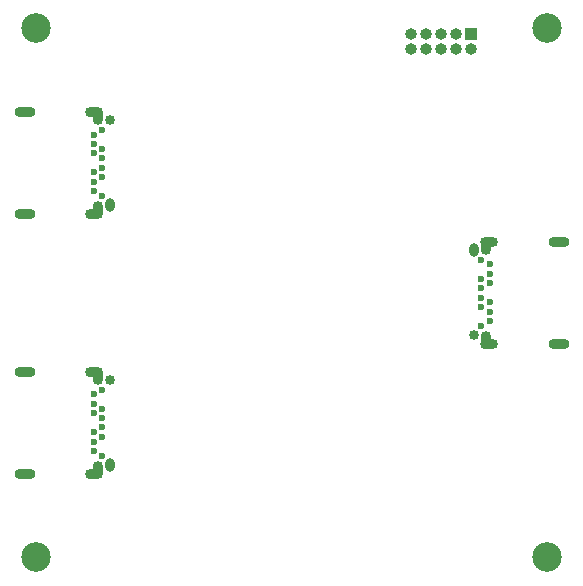
<source format=gbr>
G04 #@! TF.GenerationSoftware,KiCad,Pcbnew,5.1.9-73d0e3b20d~88~ubuntu20.04.1*
G04 #@! TF.CreationDate,2021-01-17T19:34:15+02:00*
G04 #@! TF.ProjectId,USB-TypeC-Switch,5553422d-5479-4706-9543-2d5377697463,rev?*
G04 #@! TF.SameCoordinates,Original*
G04 #@! TF.FileFunction,Soldermask,Bot*
G04 #@! TF.FilePolarity,Negative*
%FSLAX46Y46*%
G04 Gerber Fmt 4.6, Leading zero omitted, Abs format (unit mm)*
G04 Created by KiCad (PCBNEW 5.1.9-73d0e3b20d~88~ubuntu20.04.1) date 2021-01-17 19:34:15*
%MOMM*%
%LPD*%
G01*
G04 APERTURE LIST*
%ADD10O,0.900000X1.500000*%
%ADD11O,1.500000X0.900000*%
%ADD12C,0.850000*%
%ADD13O,0.850000X1.150000*%
%ADD14C,0.600000*%
%ADD15O,1.800000X0.900000*%
%ADD16C,2.500000*%
%ADD17R,1.000000X1.000000*%
%ADD18O,1.000000X1.000000*%
G04 APERTURE END LIST*
D10*
X38580000Y-125980000D03*
D11*
X38280000Y-126330000D03*
X38280000Y-117670000D03*
D12*
X39580000Y-118400000D03*
D13*
X39580000Y-125600000D03*
D14*
X38930000Y-121600000D03*
D10*
X38580000Y-118020000D03*
D14*
X38930000Y-120800000D03*
X38930000Y-119200000D03*
X38930000Y-122400000D03*
X38930000Y-123200000D03*
X38930000Y-124800000D03*
X38230000Y-121200000D03*
X38230000Y-120400000D03*
X38230000Y-119600000D03*
X38230000Y-122800000D03*
X38230000Y-123600000D03*
X38230000Y-124400000D03*
D15*
X32380000Y-117670000D03*
X32380000Y-126330000D03*
D10*
X71420000Y-107020000D03*
D11*
X71720000Y-106670000D03*
X71720000Y-115330000D03*
D12*
X70420000Y-114600000D03*
D13*
X70420000Y-107400000D03*
D14*
X71070000Y-111400000D03*
D10*
X71420000Y-114980000D03*
D14*
X71070000Y-112200000D03*
X71070000Y-113800000D03*
X71070000Y-110600000D03*
X71070000Y-109800000D03*
X71070000Y-108200000D03*
X71770000Y-111800000D03*
X71770000Y-112600000D03*
X71770000Y-113400000D03*
X71770000Y-110200000D03*
X71770000Y-109400000D03*
X71770000Y-108600000D03*
D15*
X77620000Y-115330000D03*
X77620000Y-106670000D03*
D10*
X38580000Y-103980000D03*
D11*
X38280000Y-104330000D03*
X38280000Y-95670000D03*
D12*
X39580000Y-96400000D03*
D13*
X39580000Y-103600000D03*
D14*
X38930000Y-99600000D03*
D10*
X38580000Y-96020000D03*
D14*
X38930000Y-98800000D03*
X38930000Y-97200000D03*
X38930000Y-100400000D03*
X38930000Y-101200000D03*
X38930000Y-102800000D03*
X38230000Y-99200000D03*
X38230000Y-98400000D03*
X38230000Y-97600000D03*
X38230000Y-100800000D03*
X38230000Y-101600000D03*
X38230000Y-102400000D03*
D15*
X32380000Y-95670000D03*
X32380000Y-104330000D03*
D16*
X33360000Y-88610000D03*
X33360000Y-133390000D03*
X76640000Y-133390000D03*
X76640000Y-88610000D03*
D17*
X70200000Y-89100000D03*
D18*
X70200000Y-90370000D03*
X68930000Y-89100000D03*
X68930000Y-90370000D03*
X67660000Y-89100000D03*
X67660000Y-90370000D03*
X66390000Y-89100000D03*
X66390000Y-90370000D03*
X65120000Y-89100000D03*
X65120000Y-90370000D03*
M02*

</source>
